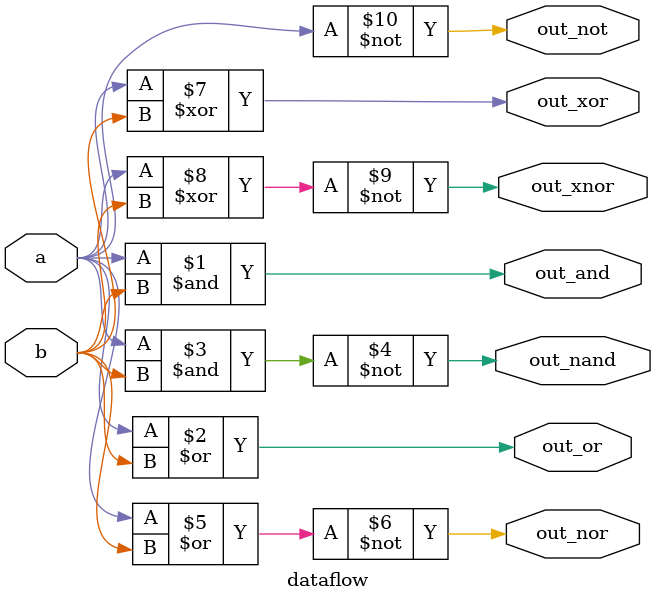
<source format=v>
module dataflow(output out_and,out_or,out_nand,out_nor,out_xor,out_xnor,out_not, input a ,b );
  assign out_and= a&b;
  assign out_or=a|b;
  assign out_nand=~(a&b);
  assign out_nor=~(a|b);
  assign out_xor=a^b;
  assign out_xnor=~(a^b);
  assign out_not=~a;
endmodule

</source>
